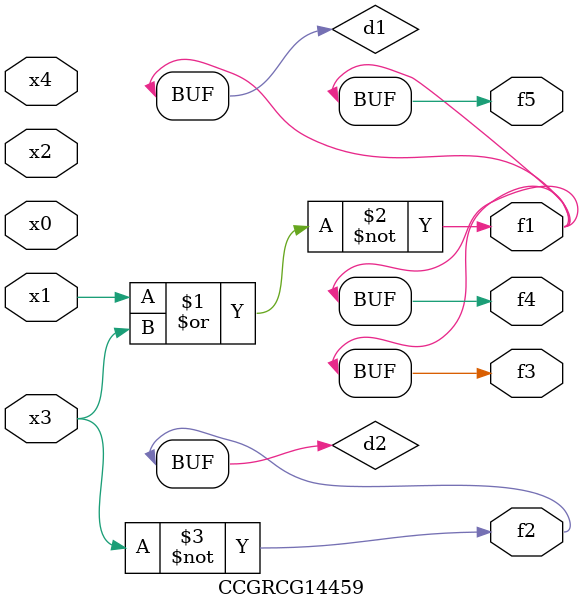
<source format=v>
module CCGRCG14459(
	input x0, x1, x2, x3, x4,
	output f1, f2, f3, f4, f5
);

	wire d1, d2;

	nor (d1, x1, x3);
	not (d2, x3);
	assign f1 = d1;
	assign f2 = d2;
	assign f3 = d1;
	assign f4 = d1;
	assign f5 = d1;
endmodule

</source>
